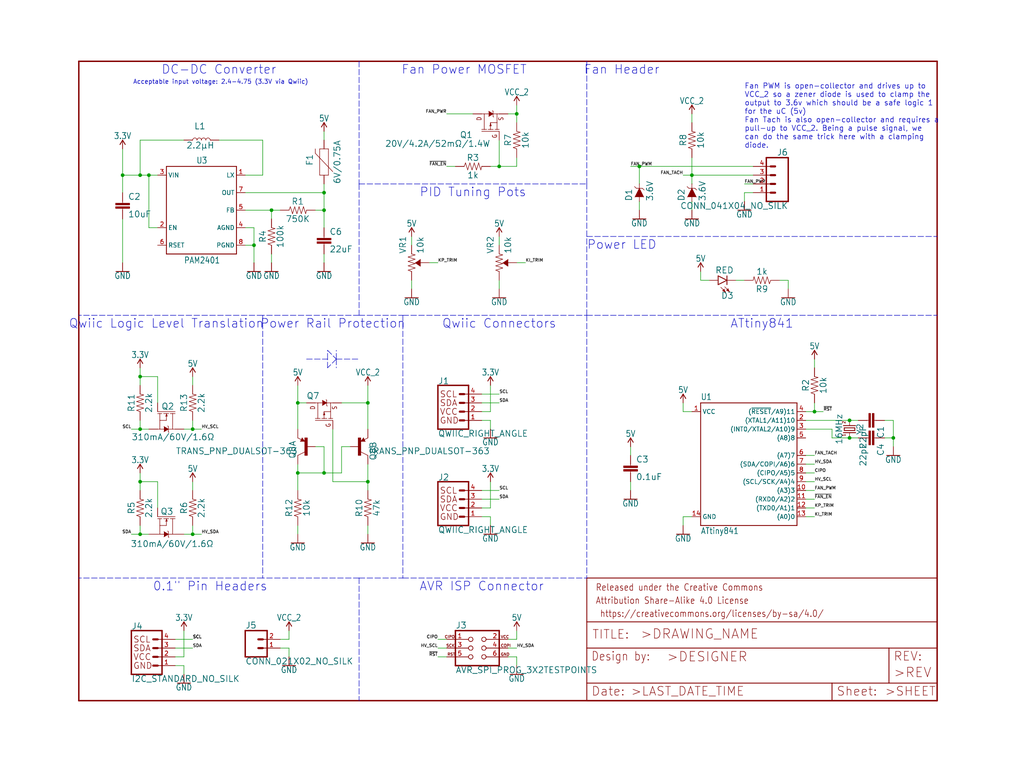
<source format=kicad_sch>
(kicad_sch (version 20211123) (generator eeschema)
  (paper "User" 297.002 223.926)
  (junction (at 55.88 154.94))
  (junction (at 106.68 116.84))
  (junction (at 185.42 48.26))
  (junction (at 78.74 60.96))
  (junction (at 86.36 116.84))
  (junction (at 144.78 48.26))
  (junction (at 106.68 139.7))
  (junction (at 86.36 137.16))
  (junction (at 35.56 50.8))
  (junction (at 93.98 55.88))
  (junction (at 73.66 71.12))
  (junction (at 40.64 154.94))
  (junction (at 40.64 50.8))
  (junction (at 40.64 124.46))
  (junction (at 200.66 50.8))
  (junction (at 93.98 60.96))
  (junction (at 43.18 50.8))
  (junction (at 55.88 124.46))
  (junction (at 236.22 119.38))
  (junction (at 149.86 33.02))
  (junction (at 40.64 139.7))
  (junction (at 40.64 109.22))
  (junction (at 246.38 127))
  (junction (at 246.38 121.92))
  (junction (at 259.08 127))
  (junction (at 93.98 137.16))
  (wire (pts (xy 35.56 55.88) (xy 35.56 50.8)))
  (wire (pts (xy 93.98 60.96) (xy 93.98 55.88)))
  (polyline (pts (xy 76.2 91.44) (xy 22.86 91.44)))
  (wire (pts (xy 93.98 73.66) (xy 93.98 76.2)))
  (polyline (pts (xy 104.14 167.64) (xy 116.84 167.64)))
  (wire (pts (xy 45.72 109.22) (xy 40.64 109.22)))
  (wire (pts (xy 43.18 50.8) (xy 40.64 50.8)))
  (wire (pts (xy 119.38 81.28) (xy 119.38 83.82)))
  (wire (pts (xy 99.06 137.16) (xy 93.98 137.16)))
  (wire (pts (xy 93.98 66.04) (xy 93.98 60.96)))
  (wire (pts (xy 45.72 50.8) (xy 43.18 50.8)))
  (wire (pts (xy 55.88 124.46) (xy 58.42 124.46)))
  (wire (pts (xy 93.98 38.1) (xy 93.98 40.64)))
  (wire (pts (xy 53.34 190.5) (xy 53.34 182.88)))
  (wire (pts (xy 129.54 185.42) (xy 127 185.42)))
  (wire (pts (xy 50.8 187.96) (xy 55.88 187.96)))
  (wire (pts (xy 218.44 48.26) (xy 185.42 48.26)))
  (wire (pts (xy 256.54 127) (xy 259.08 127)))
  (wire (pts (xy 236.22 119.38) (xy 238.76 119.38)))
  (wire (pts (xy 106.68 152.4) (xy 106.68 154.94)))
  (wire (pts (xy 93.98 137.16) (xy 86.36 137.16)))
  (wire (pts (xy 43.18 66.04) (xy 43.18 50.8)))
  (wire (pts (xy 218.44 55.88) (xy 215.9 55.88)))
  (wire (pts (xy 99.06 129.54) (xy 99.06 137.16)))
  (wire (pts (xy 106.68 142.24) (xy 106.68 139.7)))
  (wire (pts (xy 55.88 152.4) (xy 55.88 154.94)))
  (wire (pts (xy 35.56 50.8) (xy 35.56 43.18)))
  (wire (pts (xy 96.52 124.46) (xy 96.52 139.7)))
  (wire (pts (xy 233.68 149.86) (xy 236.22 149.86)))
  (polyline (pts (xy 116.84 91.44) (xy 170.18 91.44)))
  (wire (pts (xy 83.82 187.96) (xy 83.82 190.5)))
  (wire (pts (xy 246.38 121.92) (xy 248.92 121.92)))
  (wire (pts (xy 86.36 152.4) (xy 86.36 154.94)))
  (wire (pts (xy 71.12 60.96) (xy 78.74 60.96)))
  (wire (pts (xy 129.54 187.96) (xy 127 187.96)))
  (polyline (pts (xy 170.18 91.44) (xy 271.78 91.44)))
  (wire (pts (xy 147.32 187.96) (xy 149.86 187.96)))
  (wire (pts (xy 40.64 139.7) (xy 40.64 137.16)))
  (wire (pts (xy 226.06 81.28) (xy 228.6 81.28)))
  (wire (pts (xy 142.24 147.32) (xy 142.24 139.7)))
  (polyline (pts (xy 170.18 91.44) (xy 170.18 167.64)))
  (wire (pts (xy 149.86 185.42) (xy 149.86 182.88)))
  (wire (pts (xy 256.54 121.92) (xy 259.08 121.92)))
  (wire (pts (xy 40.64 142.24) (xy 40.64 139.7)))
  (wire (pts (xy 139.7 149.86) (xy 142.24 149.86)))
  (polyline (pts (xy 170.18 68.58) (xy 170.18 53.34)))
  (wire (pts (xy 149.86 30.48) (xy 149.86 33.02)))
  (wire (pts (xy 91.44 60.96) (xy 93.98 60.96)))
  (wire (pts (xy 40.64 124.46) (xy 40.64 121.92)))
  (wire (pts (xy 40.64 50.8) (xy 35.56 50.8)))
  (wire (pts (xy 228.6 81.28) (xy 228.6 83.82)))
  (polyline (pts (xy 97.536 104.14) (xy 97.536 101.6)))
  (wire (pts (xy 86.36 137.16) (xy 86.36 134.62)))
  (wire (pts (xy 53.34 124.46) (xy 55.88 124.46)))
  (polyline (pts (xy 170.18 53.34) (xy 170.18 17.78)))
  (wire (pts (xy 213.36 81.28) (xy 215.9 81.28)))
  (wire (pts (xy 40.64 154.94) (xy 38.1 154.94)))
  (wire (pts (xy 45.72 139.7) (xy 40.64 139.7)))
  (wire (pts (xy 144.78 48.26) (xy 149.86 48.26)))
  (wire (pts (xy 142.24 48.26) (xy 144.78 48.26)))
  (wire (pts (xy 139.7 144.78) (xy 144.78 144.78)))
  (wire (pts (xy 200.66 119.38) (xy 198.12 119.38)))
  (wire (pts (xy 91.44 129.54) (xy 93.98 129.54)))
  (wire (pts (xy 233.68 124.46) (xy 241.3 124.46)))
  (wire (pts (xy 182.88 139.7) (xy 182.88 142.24)))
  (wire (pts (xy 241.3 124.46) (xy 241.3 127)))
  (wire (pts (xy 233.68 142.24) (xy 236.22 142.24)))
  (wire (pts (xy 40.64 40.64) (xy 40.64 50.8)))
  (wire (pts (xy 259.08 121.92) (xy 259.08 127)))
  (wire (pts (xy 55.88 121.92) (xy 55.88 124.46)))
  (wire (pts (xy 203.2 78.74) (xy 203.2 81.28)))
  (polyline (pts (xy 97.536 104.14) (xy 94.996 106.68)))
  (wire (pts (xy 200.66 149.86) (xy 198.12 149.86)))
  (polyline (pts (xy 104.14 91.44) (xy 76.2 91.44)))
  (polyline (pts (xy 170.18 91.44) (xy 170.18 68.58)))
  (wire (pts (xy 142.24 121.92) (xy 142.24 124.46)))
  (wire (pts (xy 93.98 129.54) (xy 93.98 137.16)))
  (wire (pts (xy 81.28 187.96) (xy 83.82 187.96)))
  (wire (pts (xy 81.28 185.42) (xy 83.82 185.42)))
  (wire (pts (xy 99.06 116.84) (xy 106.68 116.84)))
  (wire (pts (xy 53.34 193.04) (xy 53.34 195.58)))
  (wire (pts (xy 139.7 121.92) (xy 142.24 121.92)))
  (wire (pts (xy 147.32 190.5) (xy 149.86 190.5)))
  (polyline (pts (xy 104.14 17.78) (xy 104.14 53.34)))
  (wire (pts (xy 241.3 127) (xy 246.38 127)))
  (wire (pts (xy 86.36 142.24) (xy 86.36 137.16)))
  (wire (pts (xy 78.74 73.66) (xy 78.74 76.2)))
  (wire (pts (xy 40.64 154.94) (xy 40.64 152.4)))
  (wire (pts (xy 233.68 139.7) (xy 236.22 139.7)))
  (wire (pts (xy 233.68 121.92) (xy 246.38 121.92)))
  (wire (pts (xy 182.88 129.54) (xy 182.88 132.08)))
  (wire (pts (xy 40.64 124.46) (xy 43.18 124.46)))
  (wire (pts (xy 144.78 48.26) (xy 144.78 40.64)))
  (wire (pts (xy 139.7 116.84) (xy 144.78 116.84)))
  (polyline (pts (xy 104.14 167.64) (xy 76.2 167.64)))
  (wire (pts (xy 71.12 50.8) (xy 76.2 50.8)))
  (wire (pts (xy 200.66 50.8) (xy 200.66 45.72)))
  (wire (pts (xy 139.7 119.38) (xy 142.24 119.38)))
  (wire (pts (xy 233.68 137.16) (xy 236.22 137.16)))
  (polyline (pts (xy 76.2 167.64) (xy 22.86 167.64)))
  (wire (pts (xy 53.34 40.64) (xy 40.64 40.64)))
  (wire (pts (xy 40.64 111.76) (xy 40.64 109.22)))
  (wire (pts (xy 73.66 66.04) (xy 73.66 71.12)))
  (wire (pts (xy 144.78 81.28) (xy 144.78 83.82)))
  (wire (pts (xy 185.42 48.26) (xy 182.88 48.26)))
  (wire (pts (xy 50.8 185.42) (xy 55.88 185.42)))
  (wire (pts (xy 40.64 109.22) (xy 40.64 106.68)))
  (polyline (pts (xy 97.536 104.14) (xy 97.536 106.68)))
  (wire (pts (xy 53.34 154.94) (xy 55.88 154.94)))
  (wire (pts (xy 76.2 40.64) (xy 63.5 40.64)))
  (polyline (pts (xy 170.18 68.58) (xy 271.78 68.58)))
  (wire (pts (xy 144.78 68.58) (xy 144.78 71.12)))
  (wire (pts (xy 198.12 149.86) (xy 198.12 152.4)))
  (wire (pts (xy 81.28 60.96) (xy 78.74 60.96)))
  (wire (pts (xy 203.2 81.28) (xy 205.74 81.28)))
  (wire (pts (xy 185.42 60.96) (xy 185.42 58.42)))
  (wire (pts (xy 50.8 193.04) (xy 53.34 193.04)))
  (wire (pts (xy 35.56 63.5) (xy 35.56 76.2)))
  (wire (pts (xy 149.86 45.72) (xy 149.86 48.26)))
  (wire (pts (xy 218.44 50.8) (xy 200.66 50.8)))
  (wire (pts (xy 233.68 144.78) (xy 236.22 144.78)))
  (wire (pts (xy 45.72 109.22) (xy 45.72 116.84)))
  (wire (pts (xy 233.68 132.08) (xy 236.22 132.08)))
  (wire (pts (xy 147.32 185.42) (xy 149.86 185.42)))
  (wire (pts (xy 88.9 116.84) (xy 86.36 116.84)))
  (polyline (pts (xy 104.14 53.34) (xy 170.18 53.34)))
  (wire (pts (xy 132.08 48.26) (xy 129.54 48.26)))
  (wire (pts (xy 124.46 76.2) (xy 127 76.2)))
  (wire (pts (xy 50.8 190.5) (xy 53.34 190.5)))
  (wire (pts (xy 149.86 76.2) (xy 152.4 76.2)))
  (wire (pts (xy 106.68 116.84) (xy 106.68 124.46)))
  (wire (pts (xy 96.52 139.7) (xy 106.68 139.7)))
  (wire (pts (xy 198.12 119.38) (xy 198.12 116.84)))
  (wire (pts (xy 55.88 111.76) (xy 55.88 109.22)))
  (polyline (pts (xy 104.14 53.34) (xy 104.14 91.44)))
  (wire (pts (xy 55.88 154.94) (xy 58.42 154.94)))
  (polyline (pts (xy 94.996 101.6) (xy 97.536 104.14)))
  (wire (pts (xy 106.68 111.76) (xy 106.68 116.84)))
  (wire (pts (xy 246.38 127) (xy 248.92 127)))
  (polyline (pts (xy 88.9 104.14) (xy 94.996 104.14)))
  (wire (pts (xy 200.66 50.8) (xy 198.12 50.8)))
  (polyline (pts (xy 97.536 104.14) (xy 104.14 104.14)))
  (wire (pts (xy 200.66 35.56) (xy 200.66 33.02)))
  (polyline (pts (xy 94.996 106.68) (xy 94.996 104.14)))
  (wire (pts (xy 86.36 116.84) (xy 86.36 124.46)))
  (wire (pts (xy 200.66 50.8) (xy 200.66 53.34)))
  (wire (pts (xy 78.74 60.96) (xy 78.74 63.5)))
  (wire (pts (xy 233.68 119.38) (xy 236.22 119.38)))
  (wire (pts (xy 45.72 66.04) (xy 43.18 66.04)))
  (wire (pts (xy 83.82 185.42) (xy 83.82 182.88)))
  (wire (pts (xy 86.36 116.84) (xy 86.36 111.76)))
  (wire (pts (xy 71.12 66.04) (xy 73.66 66.04)))
  (wire (pts (xy 101.6 129.54) (xy 99.06 129.54)))
  (wire (pts (xy 139.7 114.3) (xy 144.78 114.3)))
  (wire (pts (xy 55.88 142.24) (xy 55.88 139.7)))
  (wire (pts (xy 185.42 53.34) (xy 185.42 48.26)))
  (wire (pts (xy 147.32 33.02) (xy 149.86 33.02)))
  (wire (pts (xy 76.2 50.8) (xy 76.2 40.64)))
  (wire (pts (xy 200.66 58.42) (xy 200.66 60.96)))
  (wire (pts (xy 93.98 53.34) (xy 93.98 55.88)))
  (wire (pts (xy 40.64 154.94) (xy 43.18 154.94)))
  (polyline (pts (xy 116.84 167.64) (xy 170.18 167.64)))
  (wire (pts (xy 215.9 55.88) (xy 215.9 58.42)))
  (wire (pts (xy 233.68 147.32) (xy 236.22 147.32)))
  (wire (pts (xy 218.44 53.34) (xy 215.9 53.34)))
  (wire (pts (xy 259.08 127) (xy 259.08 129.54)))
  (wire (pts (xy 106.68 134.62) (xy 106.68 139.7)))
  (wire (pts (xy 40.64 124.46) (xy 38.1 124.46)))
  (polyline (pts (xy 104.14 167.64) (xy 104.14 203.2)))
  (wire (pts (xy 139.7 147.32) (xy 142.24 147.32)))
  (wire (pts (xy 149.86 190.5) (xy 149.86 193.04)))
  (wire (pts (xy 119.38 68.58) (xy 119.38 71.12)))
  (wire (pts (xy 233.68 134.62) (xy 236.22 134.62)))
  (wire (pts (xy 149.86 35.56) (xy 149.86 33.02)))
  (wire (pts (xy 142.24 119.38) (xy 142.24 111.76)))
  (wire (pts (xy 137.16 33.02) (xy 129.54 33.02)))
  (wire (pts (xy 45.72 139.7) (xy 45.72 147.32)))
  (polyline (pts (xy 116.84 91.44) (xy 116.84 167.64)))
  (polyline (pts (xy 104.14 91.44) (xy 116.84 91.44)))
  (wire (pts (xy 71.12 71.12) (xy 73.66 71.12)))
  (wire (pts (xy 236.22 119.38) (xy 236.22 116.84)))
  (polyline (pts (xy 76.2 91.44) (xy 76.2 167.64)))
  (wire (pts (xy 139.7 142.24) (xy 144.78 142.24)))
  (wire (pts (xy 236.22 106.68) (xy 236.22 104.14)))
  (wire (pts (xy 142.24 149.86) (xy 142.24 152.4)))
  (polyline (pts (xy 94.996 104.14) (xy 94.996 101.6)))
  (wire (pts (xy 71.12 55.88) (xy 93.98 55.88)))
  (wire (pts (xy 129.54 190.5) (xy 127 190.5)))
  (wire (pts (xy 73.66 71.12) (xy 73.66 76.2)))
  (text "Fan Header" (at 180.34 20.32 180) (effects (font (size 2.54 2.54))))
  (text "Fan PWM is open-collector and drives up to\nVCC_2 so a zener diode is used to clamp the\noutput to 3.6v which should be a safe logic 1\nfor the uC (5v)\nFan Tach is also open-collector and requires a\npull-up to VCC_2. Being a pulse signal, we\ncan do the same trick here with a clamping\ndiode." (at 215.9 43.18 0) (effects (font (size 1.524 1.524)) (justify left bottom)))
  (text "Qwiic Connectors" (at 144.78 93.98 180) (effects (font (size 2.54 2.54))))
  (text "AVR ISP Connector" (at 139.7 170.18 180) (effects (font (size 2.54 2.54))))
  (text "0.1\" Pin Headers" (at 60.96 170.18 180) (effects (font (size 2.54 2.54))))
  (text "Power LED" (at 180.34 71.12 180) (effects (font (size 2.54 2.54))))
  (text "ATtiny841" (at 220.98 93.98 180) (effects (font (size 2.54 2.54))))
  (text "Fan Power MOSFET" (at 134.62 20.32 180) (effects (font (size 2.54 2.54))))
  (text "DC-DC Converter" (at 63.5 20.32 180) (effects (font (size 2.54 2.54))))
  (text "Qwiic Logic Level Translation" (at 48.26 93.98 180) (effects (font (size 2.54 2.54))))
  (text "PID Tuning Pots" (at 137.16 55.88 180) (effects (font (size 2.54 2.54))))
  (text "Acceptable input voltage: 2.4-4.75 (3.3V via Qwiic)" (at 64.008 23.876 0) (effects (font (size 1.27 1.27))))
  (text "Power Rail Protection" (at 96.52 93.98 180) (effects (font (size 2.54 2.54))))
  (label "~{RST}" (at 127 190.5 180) (effects (font (size 0.889 0.889))))
  (label "SDA" (at 55.88 187.96 0) (effects (font (size 0.889 0.889))))
  (label "FAN_TACH" (at 198.12 50.8 180) (effects (font (size 0.889 0.889))))
  (label "~{FAN_EN}" (at 236.22 144.78 0) (effects (font (size 0.889 0.889))))
  (label "SCL" (at 55.88 185.42 0) (effects (font (size 0.889 0.889))))
  (label "~{RST}" (at 238.76 119.38 0) (effects (font (size 0.889 0.889))))
  (label "HV_SCL" (at 236.22 139.7 0) (effects (font (size 0.889 0.889))))
  (label "SCL" (at 144.78 114.3 0) (effects (font (size 0.889 0.889))))
  (label "SDA" (at 38.1 154.94 180) (effects (font (size 0.889 0.889))))
  (label "KI_TRIM" (at 152.4 76.2 0) (effects (font (size 0.889 0.889))))
  (label "HV_SDA" (at 149.86 187.96 0) (effects (font (size 0.889 0.889))))
  (label "HV_SCL" (at 127 187.96 180) (effects (font (size 0.889 0.889))))
  (label "KP_TRIM" (at 236.22 147.32 0) (effects (font (size 0.889 0.889))))
  (label "FAN_TACH" (at 236.22 132.08 0) (effects (font (size 0.889 0.889))))
  (label "HV_SCL" (at 58.42 124.46 0) (effects (font (size 0.889 0.889))))
  (label "SCL" (at 55.88 185.42 0) (effects (font (size 0.889 0.889))))
  (label "KI_TRIM" (at 236.22 149.86 0) (effects (font (size 0.889 0.889))))
  (label "SDA" (at 144.78 116.84 0) (effects (font (size 0.889 0.889))))
  (label "HV_SDA" (at 58.42 154.94 0) (effects (font (size 0.889 0.889))))
  (label "SCL" (at 38.1 124.46 180) (effects (font (size 0.889 0.889))))
  (label "KP_TRIM" (at 127 76.2 0) (effects (font (size 0.889 0.889))))
  (label "FAN_PWR" (at 215.9 53.34 0) (effects (font (size 0.889 0.889))))
  (label "HV_SDA" (at 236.22 134.62 0) (effects (font (size 0.889 0.889))))
  (label "~{FAN_EN}" (at 129.54 48.26 180) (effects (font (size 0.889 0.889))))
  (label "FAN_PWM" (at 236.22 142.24 0) (effects (font (size 0.889 0.889))))
  (label "FAN_PWR" (at 129.54 33.02 180) (effects (font (size 0.889 0.889))))
  (label "SCL" (at 144.78 142.24 0) (effects (font (size 0.889 0.889))))
  (label "SDA" (at 144.78 144.78 0) (effects (font (size 0.889 0.889))))
  (label "FAN_PWM" (at 182.88 48.26 0) (effects (font (size 0.889 0.889))))
  (label "CIPO" (at 127 185.42 180) (effects (font (size 0.889 0.889))))
  (label "CIPO" (at 236.22 137.16 0) (effects (font (size 0.889 0.889))))
  (symbol (lib_id "eagleSchem-eagle-import:GND") (at 182.88 144.78 0) (unit 1)
    (property "Reference" "#GND2" (effects hide))
    (property "Value" "GND" (at 182.88 145.034 0) (effects (font (size 1.778 1.5113)) (justify top)))
    (property "Footprint" "eagleSchem:" (effects hide))
  )
  (symbol (lib_id "eagleSchem-eagle-import:5V") (at 149.86 182.88 0) (unit 1)
    (property "Reference" "#SUPPLY15" (effects hide))
    (property "Value" "5V" (at 149.86 180.086 0) (effects (font (size 1.778 1.5113)) (justify bottom)))
    (property "Footprint" "eagleSchem:" (effects hide))
  )
  (symbol (lib_id "eagleSchem-eagle-import:GND") (at 198.12 154.94 0) (unit 1)
    (property "Reference" "#GND1" (effects hide))
    (property "Value" "GND" (at 198.12 155.194 0) (effects (font (size 1.778 1.5113)) (justify top)))
    (property "Footprint" "eagleSchem:" (effects hide))
  )
  (symbol (lib_id "eagleSchem-eagle-import:VCC_2") (at 83.82 182.88 0) (unit 1)
    (property "Reference" "#SUPPLY20" (effects hide))
    (property "Value" "VCC_2" (at 83.82 180.086 0) (effects (font (size 1.778 1.5113)) (justify bottom)))
    (property "Footprint" "eagleSchem:" (effects hide))
  )
  (symbol (lib_id "eagleSchem-eagle-import:3.3V") (at 53.34 182.88 0) (unit 1)
    (property "Reference" "#SUPPLY16" (effects hide))
    (property "Value" "3.3V" (at 53.34 180.086 0) (effects (font (size 1.778 1.5113)) (justify bottom)))
    (property "Footprint" "eagleSchem:" (effects hide))
  )
  (symbol (lib_id "eagleSchem-eagle-import:MOSFET_PCH-DMG2305UX-7") (at 142.24 35.56 90) (unit 1)
    (property "Reference" "Q1" (at 137.16 38.1 90) (effects (font (size 1.778 1.778)) (justify left bottom)))
    (property "Value" "20V/4.2A/52mΩ/1.4W" (at 142.24 40.64 90) (effects (font (size 1.778 1.778)) (justify left bottom)))
    (property "Footprint" "eagleSchem:SOT23-3" (effects hide))
  )
  (symbol (lib_id "eagleSchem-eagle-import:2.2KOHM-0603-1{slash}10W-1%") (at 55.88 147.32 90) (unit 1)
    (property "Reference" "R6" (at 54.356 147.32 0) (effects (font (size 1.778 1.778)) (justify bottom)))
    (property "Value" "2.2k" (at 57.404 147.32 0) (effects (font (size 1.778 1.778)) (justify top)))
    (property "Footprint" "eagleSchem:0603" (effects hide))
  )
  (symbol (lib_id "eagleSchem-eagle-import:VCC_2") (at 200.66 33.02 0) (unit 1)
    (property "Reference" "#SUPPLY17" (effects hide))
    (property "Value" "VCC_2" (at 200.66 30.226 0) (effects (font (size 1.778 1.5113)) (justify bottom)))
    (property "Footprint" "eagleSchem:" (effects hide))
  )
  (symbol (lib_id "eagleSchem-eagle-import:GND") (at 106.68 157.48 0) (unit 1)
    (property "Reference" "#GND20" (effects hide))
    (property "Value" "GND" (at 106.68 157.734 0) (effects (font (size 1.778 1.5113)) (justify top)))
    (property "Footprint" "eagleSchem:" (effects hide))
  )
  (symbol (lib_id "eagleSchem-eagle-import:2.2μH_SHIELDED_INDUCTOR") (at 58.42 40.64 90) (unit 1)
    (property "Reference" "L1" (at 59.69 35.56 90) (effects (font (size 1.778 1.778)) (justify left bottom)))
    (property "Value" "2.2μH" (at 62.23 43.18 90) (effects (font (size 1.778 1.778)) (justify left top)))
    (property "Footprint" "eagleSchem:0806" (effects hide))
  )
  (symbol (lib_id "eagleSchem-eagle-import:10KOHM-0603-1{slash}10W-1%") (at 86.36 147.32 90) (unit 1)
    (property "Reference" "R12" (at 84.836 147.32 0) (effects (font (size 1.778 1.778)) (justify bottom)))
    (property "Value" "10k" (at 87.884 147.32 0) (effects (font (size 1.778 1.778)) (justify top)))
    (property "Footprint" "eagleSchem:0603@1" (effects hide))
  )
  (symbol (lib_id "eagleSchem-eagle-import:22PF-0603-50V-5%") (at 251.46 121.92 270) (unit 1)
    (property "Reference" "C1" (at 254.381 123.444 0) (effects (font (size 1.778 1.778)) (justify left bottom)))
    (property "Value" "22pF" (at 249.301 123.444 0) (effects (font (size 1.778 1.778)) (justify left bottom)))
    (property "Footprint" "eagleSchem:0603" (effects hide))
  )
  (symbol (lib_id "eagleSchem-eagle-import:2.2KOHM-0603-1{slash}10W-1%") (at 40.64 147.32 90) (unit 1)
    (property "Reference" "R5" (at 39.116 147.32 0) (effects (font (size 1.778 1.778)) (justify bottom)))
    (property "Value" "2.2k" (at 42.164 147.32 0) (effects (font (size 1.778 1.778)) (justify top)))
    (property "Footprint" "eagleSchem:0603" (effects hide))
  )
  (symbol (lib_id "eagleSchem-eagle-import:QWIIC_CONNECTORJS-1MM") (at 132.08 147.32 0) (unit 1)
    (property "Reference" "J2" (at 127 139.446 0) (effects (font (size 1.778 1.778)) (justify left bottom)))
    (property "Value" "QWIIC_RIGHT_ANGLE" (at 127 152.654 0) (effects (font (size 1.778 1.778)) (justify left top)))
    (property "Footprint" "eagleSchem:JST04_1MM_RA" (effects hide))
  )
  (symbol (lib_id "eagleSchem-eagle-import:0.1UF-0603-25V-(+80{slash}-20%)") (at 182.88 137.16 0) (unit 1)
    (property "Reference" "C3" (at 184.404 134.239 0) (effects (font (size 1.778 1.778)) (justify left bottom)))
    (property "Value" "0.1uF" (at 184.404 139.319 0) (effects (font (size 1.778 1.778)) (justify left bottom)))
    (property "Footprint" "eagleSchem:0603" (effects hide))
  )
  (symbol (lib_id "eagleSchem-eagle-import:GND") (at 73.66 78.74 0) (unit 1)
    (property "Reference" "#GND13" (effects hide))
    (property "Value" "GND" (at 73.66 78.994 0) (effects (font (size 1.778 1.5113)) (justify top)))
    (property "Footprint" "eagleSchem:" (effects hide))
  )
  (symbol (lib_id "eagleSchem-eagle-import:47KOHM-0603-1{slash}10W-1%") (at 106.68 147.32 90) (unit 1)
    (property "Reference" "R10" (at 105.156 147.32 0) (effects (font (size 1.778 1.778)) (justify bottom)))
    (property "Value" "47k" (at 108.204 147.32 0) (effects (font (size 1.778 1.778)) (justify top)))
    (property "Footprint" "eagleSchem:0603@1" (effects hide))
  )
  (symbol (lib_id "eagleSchem-eagle-import:5V") (at 86.36 111.76 0) (unit 1)
    (property "Reference" "#SUPPLY13" (effects hide))
    (property "Value" "5V" (at 86.36 108.966 0) (effects (font (size 1.778 1.5113)) (justify bottom)))
    (property "Footprint" "eagleSchem:" (effects hide))
  )
  (symbol (lib_id "eagleSchem-eagle-import:CRYSTAL-16MHZSMD-2X1.6") (at 246.38 124.46 270) (mirror x) (unit 1)
    (property "Reference" "Y2" (at 248.412 124.46 0) (effects (font (size 1.778 1.778)) (justify bottom)))
    (property "Value" "16MHz" (at 244.348 124.46 0) (effects (font (size 1.778 1.778)) (justify top)))
    (property "Footprint" "eagleSchem:CRYSTAL-SMD-2.0X1.6MM" (effects hide))
  )
  (symbol (lib_id "eagleSchem-eagle-import:3.3V") (at 40.64 106.68 0) (mirror y) (unit 1)
    (property "Reference" "#SUPPLY10" (effects hide))
    (property "Value" "3.3V" (at 40.64 103.886 0) (effects (font (size 1.778 1.5113)) (justify bottom)))
    (property "Footprint" "eagleSchem:" (effects hide))
  )
  (symbol (lib_id "eagleSchem-eagle-import:10KOHM-0603-1{slash}10W-1%") (at 200.66 40.64 90) (unit 1)
    (property "Reference" "R8" (at 199.136 40.64 0) (effects (font (size 1.778 1.778)) (justify bottom)))
    (property "Value" "10k" (at 202.184 40.64 0) (effects (font (size 1.778 1.778)) (justify top)))
    (property "Footprint" "eagleSchem:0603@1" (effects hide))
  )
  (symbol (lib_id "eagleSchem-eagle-import:GND") (at 200.66 63.5 0) (unit 1)
    (property "Reference" "#GND7" (effects hide))
    (property "Value" "GND" (at 200.66 63.754 0) (effects (font (size 1.778 1.5113)) (justify top)))
    (property "Footprint" "eagleSchem:" (effects hide))
  )
  (symbol (lib_id "eagleSchem-eagle-import:GND") (at 78.74 78.74 0) (unit 1)
    (property "Reference" "#GND14" (effects hide))
    (property "Value" "GND" (at 78.74 78.994 0) (effects (font (size 1.778 1.5113)) (justify top)))
    (property "Footprint" "eagleSchem:" (effects hide))
  )
  (symbol (lib_id "eagleSchem-eagle-import:22PF-0603-50V-5%") (at 251.46 127 270) (unit 1)
    (property "Reference" "C4" (at 254.381 128.524 0) (effects (font (size 1.778 1.778)) (justify left bottom)))
    (property "Value" "22pF" (at 249.301 128.524 0) (effects (font (size 1.778 1.778)) (justify left bottom)))
    (property "Footprint" "eagleSchem:0603" (effects hide))
  )
  (symbol (lib_id "eagleSchem-eagle-import:2.2KOHM-0603-1{slash}10W-1%") (at 40.64 116.84 90) (unit 1)
    (property "Reference" "R11" (at 39.116 116.84 0) (effects (font (size 1.778 1.778)) (justify bottom)))
    (property "Value" "2.2k" (at 42.164 116.84 0) (effects (font (size 1.778 1.778)) (justify top)))
    (property "Footprint" "eagleSchem:0603" (effects hide))
  )
  (symbol (lib_id "eagleSchem-eagle-import:PAM2401") (at 58.42 60.96 0) (unit 1)
    (property "Reference" "U3" (at 56.896 47.498 0) (effects (font (size 1.778 1.5113)) (justify left bottom)))
    (property "Value" "PAM2401" (at 53.34 76.454 0) (effects (font (size 1.778 1.5113)) (justify left bottom)))
    (property "Footprint" "eagleSchem:MSOP8" (effects hide))
  )
  (symbol (lib_id "eagleSchem-eagle-import:GND") (at 93.98 78.74 0) (unit 1)
    (property "Reference" "#GND16" (effects hide))
    (property "Value" "GND" (at 93.98 78.994 0) (effects (font (size 1.778 1.5113)) (justify top)))
    (property "Footprint" "eagleSchem:" (effects hide))
  )
  (symbol (lib_id "eagleSchem-eagle-import:GND") (at 83.82 193.04 0) (unit 1)
    (property "Reference" "#GND17" (effects hide))
    (property "Value" "GND" (at 83.82 193.294 0) (effects (font (size 1.778 1.5113)) (justify top)))
    (property "Footprint" "eagleSchem:" (effects hide))
  )
  (symbol (lib_id "eagleSchem-eagle-import:GND") (at 53.34 198.12 0) (unit 1)
    (property "Reference" "#GND10" (effects hide))
    (property "Value" "GND" (at 53.34 198.374 0) (effects (font (size 1.778 1.5113)) (justify top)))
    (property "Footprint" "eagleSchem:" (effects hide))
  )
  (symbol (lib_id "eagleSchem-eagle-import:QWIIC_CONNECTORJS-1MM") (at 132.08 119.38 0) (unit 1)
    (property "Reference" "J1" (at 127 111.506 0) (effects (font (size 1.778 1.778)) (justify left bottom)))
    (property "Value" "QWIIC_RIGHT_ANGLE" (at 127 124.714 0) (effects (font (size 1.778 1.778)) (justify left top)))
    (property "Footprint" "eagleSchem:JST04_1MM_RA" (effects hide))
  )
  (symbol (lib_id "eagleSchem-eagle-import:750KOHM-0603-1{slash}10W-1%") (at 86.36 60.96 0) (unit 1)
    (property "Reference" "R1" (at 86.36 59.436 0) (effects (font (size 1.778 1.778)) (justify bottom)))
    (property "Value" "750K" (at 86.36 62.484 0) (effects (font (size 1.778 1.778)) (justify top)))
    (property "Footprint" "eagleSchem:0603" (effects hide))
  )
  (symbol (lib_id "eagleSchem-eagle-import:GND") (at 86.36 157.48 0) (unit 1)
    (property "Reference" "#GND19" (effects hide))
    (property "Value" "GND" (at 86.36 157.734 0) (effects (font (size 1.778 1.5113)) (justify top)))
    (property "Footprint" "eagleSchem:" (effects hide))
  )
  (symbol (lib_id "eagleSchem-eagle-import:5V") (at 144.78 68.58 0) (unit 1)
    (property "Reference" "#SUPPLY19" (effects hide))
    (property "Value" "5V" (at 144.78 65.786 0) (effects (font (size 1.778 1.5113)) (justify bottom)))
    (property "Footprint" "eagleSchem:" (effects hide))
  )
  (symbol (lib_id "eagleSchem-eagle-import:100KOHM-0603-1{slash}10W-1%") (at 78.74 68.58 90) (unit 1)
    (property "Reference" "R4" (at 77.216 68.58 0) (effects (font (size 1.778 1.778)) (justify bottom)))
    (property "Value" "100k" (at 80.264 68.58 0) (effects (font (size 1.778 1.778)) (justify top)))
    (property "Footprint" "eagleSchem:0603" (effects hide))
  )
  (symbol (lib_id "eagleSchem-eagle-import:CONN_021X02_NO_SILK") (at 73.66 187.96 0) (unit 1)
    (property "Reference" "J5" (at 71.12 182.372 0) (effects (font (size 1.778 1.778)) (justify left bottom)))
    (property "Value" "CONN_021X02_NO_SILK" (at 71.12 192.786 0) (effects (font (size 1.778 1.778)) (justify left bottom)))
    (property "Footprint" "eagleSchem:1X02_NO_SILK" (effects hide))
  )
  (symbol (lib_id "eagleSchem-eagle-import:TRANS_PNP_DUALSOT-363") (at 88.9 129.54 0) (mirror y) (unit 1)
    (property "Reference" "Q8" (at 83.82 133.096 90) (effects (font (size 1.778 1.778)) (justify left bottom)))
    (property "Value" "TRANS_PNP_DUALSOT-363" (at 86.36 129.794 0) (effects (font (size 1.778 1.778)) (justify left top)))
    (property "Footprint" "eagleSchem:SOT363_PHILIPS" (effects hide))
  )
  (symbol (lib_id "eagleSchem-eagle-import:3.3V") (at 142.24 139.7 0) (unit 1)
    (property "Reference" "#SUPPLY9" (effects hide))
    (property "Value" "3.3V" (at 142.24 136.906 0) (effects (font (size 1.778 1.5113)) (justify bottom)))
    (property "Footprint" "eagleSchem:" (effects hide))
  )
  (symbol (lib_id "eagleSchem-eagle-import:3.3V") (at 142.24 111.76 0) (unit 1)
    (property "Reference" "#SUPPLY6" (effects hide))
    (property "Value" "3.3V" (at 142.24 108.966 0) (effects (font (size 1.778 1.5113)) (justify bottom)))
    (property "Footprint" "eagleSchem:" (effects hide))
  )
  (symbol (lib_id "eagleSchem-eagle-import:TRIMPOT-SMD-3MM-CLOSED-1{slash}8W-20%") (at 144.78 76.2 0) (unit 1)
    (property "Reference" "VR2" (at 143.256 73.66 90) (effects (font (size 1.778 1.778)) (justify left bottom)))
    (property "Value" "10k" (at 146.304 73.66 90) (effects (font (size 1.778 1.778)) (justify left top)))
    (property "Footprint" "eagleSchem:TRIMPOT-SMD-3MM-CLOSED" (effects hide))
  )
  (symbol (lib_id "eagleSchem-eagle-import:10KOHM-0603-1{slash}10W-1%") (at 236.22 111.76 90) (unit 1)
    (property "Reference" "R2" (at 234.696 111.76 0) (effects (font (size 1.778 1.778)) (justify bottom)))
    (property "Value" "10k" (at 237.744 111.76 0) (effects (font (size 1.778 1.778)) (justify top)))
    (property "Footprint" "eagleSchem:0603@1" (effects hide))
  )
  (symbol (lib_id "eagleSchem-eagle-import:1KOHM-0603-1{slash}10W-1%") (at 220.98 81.28 180) (unit 1)
    (property "Reference" "R9" (at 220.98 82.804 0) (effects (font (size 1.778 1.778)) (justify bottom)))
    (property "Value" "1k" (at 220.98 79.756 0) (effects (font (size 1.778 1.778)) (justify top)))
    (property "Footprint" "eagleSchem:0603" (effects hide))
  )
  (symbol (lib_id "eagleSchem-eagle-import:10KOHM-0603-1{slash}10W-1%") (at 149.86 40.64 90) (unit 1)
    (property "Reference" "R7" (at 148.336 40.64 0) (effects (font (size 1.778 1.778)) (justify bottom)))
    (property "Value" "10k" (at 151.384 40.64 0) (effects (font (size 1.778 1.778)) (justify top)))
    (property "Footprint" "eagleSchem:0603@1" (effects hide))
  )
  (symbol (lib_id "eagleSchem-eagle-import:2.2KOHM-0603-1{slash}10W-1%") (at 55.88 116.84 90) (unit 1)
    (property "Reference" "R13" (at 54.356 116.84 0) (effects (font (size 1.778 1.778)) (justify bottom)))
    (property "Value" "2.2k" (at 57.404 116.84 0) (effects (font (size 1.778 1.778)) (justify top)))
    (property "Footprint" "eagleSchem:0603" (effects hide))
  )
  (symbol (lib_id "eagleSchem-eagle-import:5V") (at 93.98 38.1 0) (unit 1)
    (property "Reference" "#SUPPLY8" (effects hide))
    (property "Value" "5V" (at 93.98 35.306 0) (effects (font (size 1.778 1.5113)) (justify bottom)))
    (property "Footprint" "eagleSchem:" (effects hide))
  )
  (symbol (lib_id "eagleSchem-eagle-import:GND") (at 259.08 132.08 0) (mirror y) (unit 1)
    (property "Reference" "#GND3" (effects hide))
    (property "Value" "GND" (at 259.08 132.334 0) (effects (font (size 1.778 1.5113)) (justify top)))
    (property "Footprint" "eagleSchem:" (effects hide))
  )
  (symbol (lib_id "eagleSchem-eagle-import:DIODE-ZENER-BZT52C3V6S") (at 200.66 55.88 90) (unit 1)
    (property "Reference" "D2" (at 198.628 58.42 0) (effects (font (size 1.778 1.778)) (justify left bottom)))
    (property "Value" "3.6V" (at 202.692 58.42 0) (effects (font (size 1.778 1.778)) (justify left top)))
    (property "Footprint" "eagleSchem:SOD-323" (effects hide))
  )
  (symbol (lib_id "eagleSchem-eagle-import:5V") (at 119.38 68.58 0) (unit 1)
    (property "Reference" "#SUPPLY18" (effects hide))
    (property "Value" "5V" (at 119.38 65.786 0) (effects (font (size 1.778 1.5113)) (justify bottom)))
    (property "Footprint" "eagleSchem:" (effects hide))
  )
  (symbol (lib_id "eagleSchem-eagle-import:5V") (at 198.12 116.84 0) (unit 1)
    (property "Reference" "#SUPPLY4" (effects hide))
    (property "Value" "5V" (at 198.12 114.046 0) (effects (font (size 1.778 1.5113)) (justify bottom)))
    (property "Footprint" "eagleSchem:" (effects hide))
  )
  (symbol (lib_id "eagleSchem-eagle-import:TRANS_PNP_DUALSOT-363") (at 104.14 129.54 0) (unit 2)
    (property "Reference" "Q8" (at 109.22 133.604 90) (effects (font (size 1.778 1.778)) (justify left bottom)))
    (property "Value" "TRANS_PNP_DUALSOT-363" (at 106.68 129.794 0) (effects (font (size 1.778 1.778)) (justify left top)))
    (property "Footprint" "eagleSchem:SOT363_PHILIPS" (effects hide))
  )
  (symbol (lib_id "eagleSchem-eagle-import:5V") (at 55.88 139.7 0) (unit 1)
    (property "Reference" "#SUPPLY3" (effects hide))
    (property "Value" "5V" (at 55.88 136.906 0) (effects (font (size 1.778 1.5113)) (justify bottom)))
    (property "Footprint" "eagleSchem:" (effects hide))
  )
  (symbol (lib_id "eagleSchem-eagle-import:GND") (at 185.42 63.5 0) (unit 1)
    (property "Reference" "#GND8" (effects hide))
    (property "Value" "GND" (at 185.42 63.754 0) (effects (font (size 1.778 1.5113)) (justify top)))
    (property "Footprint" "eagleSchem:" (effects hide))
  )
  (symbol (lib_id "eagleSchem-eagle-import:VCC_2") (at 149.86 30.48 0) (unit 1)
    (property "Reference" "#SUPPLY11" (effects hide))
    (property "Value" "VCC_2" (at 149.86 27.686 0) (effects (font (size 1.778 1.5113)) (justify bottom)))
    (property "Footprint" "eagleSchem:" (effects hide))
  )
  (symbol (lib_id "eagleSchem-eagle-import:DIODE-ZENER-BZT52C3V6S") (at 185.42 55.88 90) (unit 1)
    (property "Reference" "D1" (at 183.388 58.42 0) (effects (font (size 1.778 1.778)) (justify left bottom)))
    (property "Value" "3.6V" (at 187.452 58.42 0) (effects (font (size 1.778 1.778)) (justify left top)))
    (property "Footprint" "eagleSchem:SOD-323" (effects hide))
  )
  (symbol (lib_id "eagleSchem-eagle-import:GND") (at 228.6 86.36 0) (unit 1)
    (property "Reference" "#GND18" (effects hide))
    (property "Value" "GND" (at 228.6 86.614 0) (effects (font (size 1.778 1.5113)) (justify top)))
    (property "Footprint" "eagleSchem:" (effects hide))
  )
  (symbol (lib_id "eagleSchem-eagle-import:LED-RED0603") (at 208.28 81.28 90) (unit 1)
    (property "Reference" "D3" (at 212.852 84.709 90) (effects (font (size 1.778 1.778)) (justify left bottom)))
    (property "Value" "RED" (at 212.852 79.375 90) (effects (font (size 1.778 1.778)) (justify left top)))
    (property "Footprint" "eagleSchem:LED-0603" (effects hide))
  )
  (symbol (lib_id "eagleSchem-eagle-import:MOSFET_PCH-DMG2305UX-7") (at 93.98 119.38 90) (unit 1)
    (property "Reference" "Q7" (at 92.71 113.792 90) (effects (font (size 1.778 1.778)) (justify left bottom)))
    (property "Value" "20V/4.2A/52mΩ/1.4W" (effects hide))
    (property "Footprint" "eagleSchem:SOT23-3" (effects hide))
  )
  (symbol (lib_id "eagleSchem-eagle-import:5V") (at 182.88 129.54 0) (unit 1)
    (property "Reference" "#SUPPLY5" (effects hide))
    (property "Value" "5V" (at 182.88 126.746 0) (effects (font (size 1.778 1.5113)) (justify bottom)))
    (property "Footprint" "eagleSchem:" (effects hide))
  )
  (symbol (lib_id "eagleSchem-eagle-import:AVR_SPI_PROG_3X2TESTPOINTS") (at 137.16 187.96 0) (unit 1)
    (property "Reference" "J3" (at 132.08 182.372 0) (effects (font (size 1.778 1.778)) (justify left bottom)))
    (property "Value" "AVR_SPI_PROG_3X2TESTPOINTS" (at 132.08 195.326 0) (effects (font (size 1.778 1.778)) (justify left bottom)))
    (property "Footprint" "eagleSchem:2X3_TEST_POINTS" (effects hide))
  )
  (symbol (lib_id "eagleSchem-eagle-import:5V") (at 203.2 78.74 0) (unit 1)
    (property "Reference" "#SUPPLY21" (effects hide))
    (property "Value" "5V" (at 203.2 75.946 0) (effects (font (size 1.778 1.5113)) (justify bottom)))
    (property "Footprint" "eagleSchem:" (effects hide))
  )
  (symbol (lib_id "eagleSchem-eagle-import:GND") (at 215.9 60.96 0) (mirror y) (unit 1)
    (property "Reference" "#GND6" (effects hide))
    (property "Value" "GND" (at 215.9 61.214 0) (effects (font (size 1.778 1.5113)) (justify top)))
    (property "Footprint" "eagleSchem:" (effects hide))
  )
  (symbol (lib_id "eagleSchem-eagle-import:3.3V") (at 35.56 43.18 0) (unit 1)
    (property "Reference" "#SUPPLY7" (effects hide))
    (property "Value" "3.3V" (at 35.56 40.386 0) (effects (font (size 1.778 1.5113)) (justify bottom)))
    (property "Footprint" "eagleSchem:" (effects hide))
  )
  (symbol (lib_id "eagleSchem-eagle-import:22UF-0805-6.3V-20%") (at 93.98 71.12 0) (unit 1)
    (property "Reference" "C6" (at 95.504 68.199 0) (effects (font (size 1.778 1.778)) (justify left bottom)))
    (property "Value" "22uF" (at 95.504 73.279 0) (effects (font (size 1.778 1.778)) (justify left bottom)))
    (property "Footprint" "eagleSchem:0805" (effects hide))
  )
  (symbol (lib_id "eagleSchem-eagle-import:CONN_041X04_NO_SILK") (at 223.52 53.34 0) (mirror y) (unit 1)
    (property "Reference" "J6" (at 228.6 45.212 0) (effects (font (size 1.778 1.778)) (justify left bottom)))
    (property "Value" "CONN_041X04_NO_SILK" (at 228.6 60.706 0) (effects (font (size 1.778 1.778)) (justify left bottom)))
    (property "Footprint" "eagleSchem:1X04_NO_SILK" (effects hide))
  )
  (symbol (lib_id "eagleSchem-eagle-import:5V") (at 55.88 109.22 0) (unit 1)
    (property "Reference" "#SUPPLY2" (effects hide))
    (property "Value" "5V" (at 55.88 106.426 0) (effects (font (size 1.778 1.5113)) (justify bottom)))
    (property "Footprint" "eagleSchem:" (effects hide))
  )
  (symbol (lib_id "eagleSchem-eagle-import:FRAME-LETTER") (at 22.86 203.2 0) (unit 1)
    (property "Reference" "FRAME1" (effects hide))
    (property "Value" "FRAME-LETTER" (effects hide))
    (property "Footprint" "eagleSchem:CREATIVE_COMMONS" (effects hide))
  )
  (symbol (lib_id "eagleSchem-eagle-import:1KOHM-0603-1{slash}10W-1%") (at 137.16 48.26 0) (unit 1)
    (property "Reference" "R3" (at 137.16 46.736 0) (effects (font (size 1.778 1.778)) (justify bottom)))
    (property "Value" "1k" (at 137.16 49.784 0) (effects (font (size 1.778 1.778)) (justify top)))
    (property "Footprint" "eagleSchem:0603" (effects hide))
  )
  (symbol (lib_id "eagleSchem-eagle-import:GND") (at 119.38 86.36 0) (unit 1)
    (property "Reference" "#GND11" (effects hide))
    (property "Value" "GND" (at 119.38 86.614 0) (effects (font (size 1.778 1.5113)) (justify top)))
    (property "Footprint" "eagleSchem:" (effects hide))
  )
  (symbol (lib_id "eagleSchem-eagle-import:GND") (at 142.24 127 0) (unit 1)
    (property "Reference" "#GND4" (effects hide))
    (property "Value" "GND" (at 142.24 127.254 0) (effects (font (size 1.778 1.5113)) (justify top)))
    (property "Footprint" "eagleSchem:" (effects hide))
  )
  (symbol (lib_id "eagleSchem-eagle-import:5V") (at 236.22 104.14 0) (unit 1)
    (property "Reference" "#SUPPLY14" (effects hide))
    (property "Value" "5V" (at 236.22 101.346 0) (effects (font (size 1.778 1.5113)) (justify bottom)))
    (property "Footprint" "eagleSchem:" (effects hide))
  )
  (symbol (lib_id "eagleSchem-eagle-import:GND") (at 149.86 195.58 0) (unit 1)
    (property "Reference" "#GND9" (effects hide))
    (property "Value" "GND" (at 149.86 195.834 0) (effects (font (size 1.778 1.5113)) (justify top)))
    (property "Footprint" "eagleSchem:" (effects hide))
  )
  (symbol (lib_id "eagleSchem-eagle-import:TRIMPOT-SMD-3MM-CLOSED-1{slash}8W-20%") (at 119.38 76.2 0) (unit 1)
    (property "Reference" "VR1" (at 117.856 73.66 90) (effects (font (size 1.778 1.778)) (justify left bottom)))
    (property "Value" "10k" (at 120.904 73.66 90) (effects (font (size 1.778 1.778)) (justify left top)))
    (property "Footprint" "eagleSchem:TRIMPOT-SMD-3MM-CLOSED" (effects hide))
  )
  (symbol (lib_id "eagleSchem-eagle-import:10UF-0603-6.3V-20%") (at 35.56 60.96 0) (unit 1)
    (property "Reference" "C2" (at 37.084 58.039 0) (effects (font (size 1.778 1.778)) (justify left bottom)))
    (property "Value" "10uF" (at 37.084 63.119 0) (effects (font (size 1.778 1.778)) (justify left bottom)))
    (property "Footprint" "eagleSchem:0603" (effects hide))
  )
  (symbol (lib_id "eagleSchem-eagle-import:VCC_2") (at 106.68 111.76 0) (unit 1)
    (property "Reference" "#SUPPLY12" (effects hide))
    (property "Value" "VCC_2" (at 106.68 108.966 0) (effects (font (size 1.778 1.5113)) (justify bottom)))
    (property "Footprint" "eagleSchem:" (effects hide))
  )
  (symbol (lib_id "eagleSchem-eagle-import:FRAME-LETTER") (at 170.18 203.2 0) (unit 2)
    (property "Reference" "FRAME1" (effects hide))
    (property "Value" "FRAME-LETTER" (effects hide))
    (property "Footprint" "eagleSchem:CREATIVE_COMMONS" (effects hide))
  )
  (symbol (lib_id "eagleSchem-eagle-import:I2C_STANDARD_NO_SILK") (at 43.18 190.5 0) (unit 1)
    (property "Reference" "J4" (at 38.1 182.626 0) (effects (font (size 1.778 1.778)) (justify left bottom)))
    (property "Value" "I2C_STANDARD_NO_SILK" (at 38.1 195.834 0) (effects (font (size 1.778 1.778)) (justify left top)))
    (property "Footprint" "eagleSchem:1X04_NO_SILK" (effects hide))
  )
  (symbol (lib_id "eagleSchem-eagle-import:MOSFET-NCH-2N7002PW") (at 48.26 121.92 270) (unit 1)
    (property "Reference" "Q2" (at 46.736 118.872 90) (effects (font (size 1.778 1.778)) (justify left bottom)))
    (property "Value" "310mA/60V/1.6Ω" (at 38.1 127.762 90) (effects (font (size 1.778 1.778)) (justify left bottom)))
    (property "Footprint" "eagleSchem:SOT323" (effects hide))
  )
  (symbol (lib_id "eagleSchem-eagle-import:GND") (at 35.56 78.74 0) (unit 1)
    (property "Reference" "#GND15" (effects hide))
    (property "Value" "GND" (at 35.56 78.994 0) (effects (font (size 1.778 1.5113)) (justify top)))
    (property "Footprint" "eagleSchem:" (effects hide))
  )
  (symbol (lib_id "eagleSchem-eagle-import:3.3V") (at 40.64 137.16 0) (mirror y) (unit 1)
    (property "Reference" "#SUPPLY1" (effects hide))
    (property "Value" "3.3V" (at 40.64 134.366 0) (effects (font (size 1.778 1.5113)) (justify bottom)))
    (property "Footprint" "eagleSchem:" (effects hide))
  )
  (symbol (lib_id "eagleSchem-eagle-import:PPTC_0.75A") (at 93.98 48.26 90) (unit 1)
    (property "Reference" "F1" (at 90.805 46.355 0) (effects (font (size 1.778 1.778)) (justify bottom)))
    (property "Value" "6V/0.75A" (at 96.774 46.99 0) (effects (font (size 1.778 1.778)) (justify top)))
    (property "Footprint" "eagleSchem:1206" (effects hide))
  )
  (symbol (lib_id "eagleSchem-eagle-import:MOSFET-NCH-2N7002PW") (at 48.26 152.4 270) (unit 1)
    (property "Reference" "Q3" (at 46.482 149.352 90) (effects (font (size 1.778 1.778)) (justify left bottom)))
    (property "Value" "310mA/60V/1.6Ω" (at 37.846 158.75 90) (effects (font (size 1.778 1.778)) (justify left bottom)))
    (property "Footprint" "eagleSchem:SOT323" (effects hide))
  )
  (symbol (lib_id "eagleSchem-eagle-import:GND") (at 144.78 86.36 0) (unit 1)
    (property "Reference" "#GND12" (effects hide))
    (property "Value" "GND" (at 144.78 86.614 0) (effects (font (size 1.778 1.5113)) (justify top)))
    (property "Footprint" "eagleSchem:" (effects hide))
  )
  (symbol (lib_id "eagleSchem-eagle-import:ATTINY841-ARDUINO") (at 218.44 134.62 0) (unit 1)
    (property "Reference" "U1" (at 203.2 116.078 0) (effects (font (size 1.778 1.5113)) (justify left bottom)))
    (property "Value" "ATtiny841" (at 203.2 154.94 0) (effects (font (size 1.778 1.5113)) (justify left bottom)))
    (property "Footprint" "eagleSchem:SO14" (effects hide))
  )
  (symbol (lib_id "eagleSchem-eagle-import:GND") (at 142.24 154.94 0) (unit 1)
    (property "Reference" "#GND5" (effects hide))
    (property "Value" "GND" (at 142.24 155.194 0) (effects (font (size 1.778 1.5113)) (justify top)))
    (property "Footprint" "eagleSchem:" (effects hide))
  )
)
</source>
